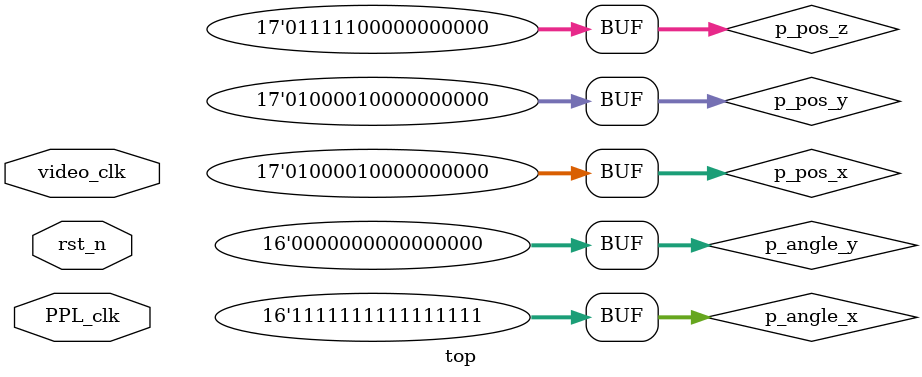
<source format=v>
`timescale 1ns / 1ps

module top (
    input video_clk,
    input PPL_clk,
    input rst_n
);

    //输入测试图
    //--------------------------
    reg        vs_r;
    wire       tp0_vs_in;
    wire       tp0_hs_in;
    wire       tp0_de_in;
    wire [7:0] tp0_data_r;
    wire [7:0] tp0_data_g;
    wire [7:0] tp0_data_b;
    testpattern testpattern (
        .I_pxl_clk (video_clk), //pixel clock
        .I_rst_n   (rst_n),     //low active 
        .I_mode    (3'b000),    //data select
        .I_single_r(8'd255),
        .I_single_g(8'd255),
        .I_single_b(8'd255),    //800x600    //1024x768   //1280x720   //1920x1080 
        .I_h_total (12'd1650),  //hor total time  // 12'd1056  // 12'd1344  // 12'd1650  // 12'd2200
        .I_h_sync  (12'd40),    //hor sync time   // 12'd128   // 12'd136   // 12'd40    // 12'd44  
        .I_h_bporch(12'd220),   //hor back porch  // 12'd88    // 12'd160   // 12'd220   // 12'd148 
        .I_h_res   (12'd1280),  //hor resolution  // 12'd800   // 12'd1024  // 12'd1280  // 12'd1920
        .I_v_total (12'd750),   //ver total time  // 12'd628   // 12'd806   // 12'd750   // 12'd1125 
        .I_v_sync  (12'd5),     //ver sync time   // 12'd4     // 12'd6     // 12'd5     // 12'd5   
        .I_v_bporch(12'd20),    //ver back porch  // 12'd23    // 12'd29    // 12'd20    // 12'd36  
        .I_v_res   (12'd720),   //ver resolution  // 12'd600   // 12'd768   // 12'd720   // 12'd1080 
        .I_hs_pol  (1'b1),      //0,负极性;1,正极性
        .I_vs_pol  (1'b1),      //0,负极性;1,正极性
        .O_de      (tp0_de_in),
        .O_hs      (tp0_hs_in),
        .O_vs      (tp0_vs_in),
        .O_data_r  (tp0_data_r),
        .O_data_g  (tp0_data_g),
        .O_data_b  (tp0_data_b)
    );



    parameter H_DISP = 16;
    parameter V_DISP = 12;
    // parameter H_DISP = 480;
    // parameter V_DISP = 272;

    reg  [16:0] p_pos_x = 'd33 << 3 << 7;
    reg  [16:0] p_pos_y = 'd33 << 3 << 7;
    reg  [16:0] p_pos_z = 'd62 << 3 << 7;
    reg  [15:0] p_angle_x = -1;
    reg  [15:0] p_angle_y = 0;

    wire [ 4:0] block_id;
    wire [15:0] texture_data;
    wire [19:0] pixel_addr_out;
    wire [14:0] block_addr;
    wire [12:0] texture_addr;
    wire valid;

    ppl #(
        .H_DISP(H_DISP),
        .V_DISP(V_DISP)
    ) ppl (
        .clk      (PPL_clk),  // PPL_clk
        .rst      (~rst_n),
        .p_pos_x  (p_pos_x),
        .p_pos_y  (p_pos_y),
        .p_pos_z  (p_pos_z),
        .p_angle_x(p_angle_x),
        .p_angle_y(p_angle_y),
        .block_id (block_id),

        .valid         (valid),
        .block_addr    (block_addr),
        .pixel_addr_out(pixel_addr_out),
        .texture_addr  (texture_addr)
    );

    wire [19:0] data_addr;
    wire        data_valid;
    map map (
        .clk(PPL_clk),
        .rst(~rst_n),

        .write_addr  ('b0),
        .write_data  ('b0),
        .write_en    ('b0),
        .block_addr  (block_addr),
        .texture_addr(texture_addr),
        .block_id    (block_id),

        .valid     (valid),
        .pixel_addr(pixel_addr_out),

        .data_valid  (data_valid),
        .data_addr   (data_addr),
        .texture_data(texture_data)
    );


    wire [15:0] data_aligned;
    wire        data_aligned_valid;
    align #(
        .H_DISP(H_DISP),
        .V_DISP(V_DISP),
        .N     (16)
    ) align (
        .clk       (PPL_clk),
        .rst       (~rst_n),
        .data      (texture_data),
        .data_addr (data_addr),
        .data_valid(data_valid),

        .data_aligned      (data_aligned),
        .data_aligned_valid(data_aligned_valid),
        .data_aligned_vs   (data_aligned_vs)
    );

endmodule

</source>
